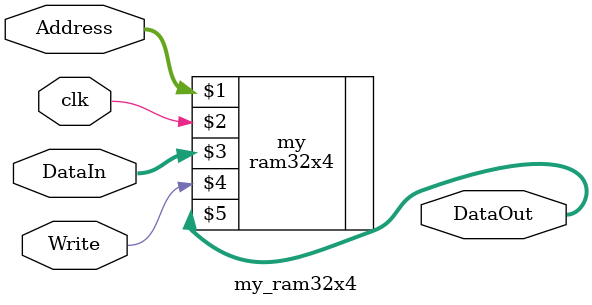
<source format=v>
module my_ram32x4(
	input [4:0] Address,
	input clk,
	input [3:0] DataIn,
	input Write,
	output [3:0] DataOut);
	
	ram32x4 my(Address,clk,DataIn,Write,DataOut);
endmodule

</source>
